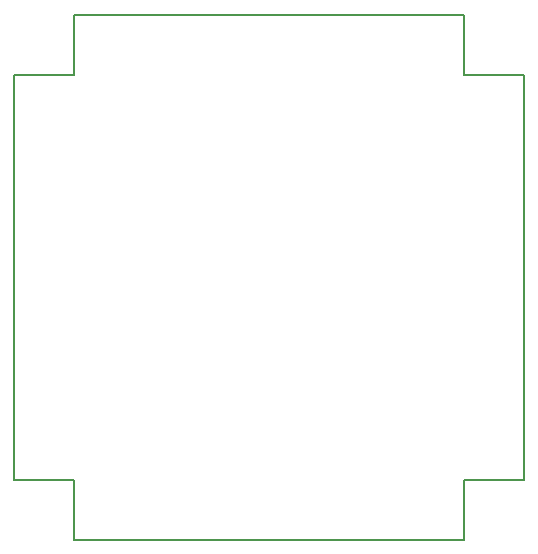
<source format=gm1>
G04 MADE WITH FRITZING*
G04 WWW.FRITZING.ORG*
G04 DOUBLE SIDED*
G04 HOLES PLATED*
G04 CONTOUR ON CENTER OF CONTOUR VECTOR*
%ASAXBY*%
%FSLAX23Y23*%
%MOIN*%
%OFA0B0*%
%SFA1.0B1.0*%
%ADD10C,0.008*%
%LNCONTOUR*%
G90*
G70*
G54D10*
X0Y1550D02*
X200Y1550D01*
X200Y1750D01*
X1500Y1750D01*
X1500Y1550D01*
X1700Y1550D01*
X1700Y200D01*
X1500Y200D01*
X1500Y0D01*
X200Y0D01*
X200Y200D01*
X0Y200D01*
X0Y1550D01*
D02*
G04 End of contour*
M02*
</source>
